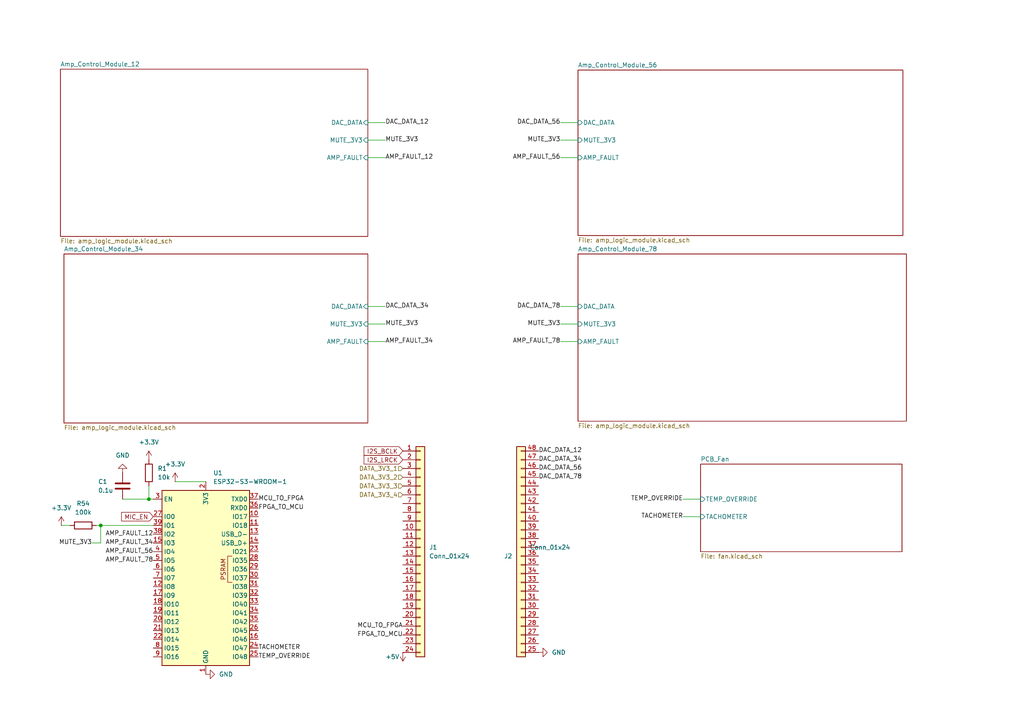
<source format=kicad_sch>
(kicad_sch (version 20250114) (generator "eeschema") (generator_version "9.0")
  (paper "A4")
  (lib_symbols
    (symbol "Conn_01x24_1" (pin_names (offset 1.016) (hide yes))
      (property "Reference" "J2" (at -2.54 -2.5401 0))
      (property "Value" "Conn_01x24" (at 2.54 -0.0001 0))
      (symbol "Conn_01x24_1_1_1"
        (rectangle (start 1.27 27.813) (end 0 28.067) (stroke (width 0.1524)))
        (rectangle (start 1.27 25.273) (end 0 25.527) (stroke (width 0.1524)))
        (rectangle (start 1.27 22.733) (end 0 22.987) (stroke (width 0.1524)))
        (rectangle (start 1.27 20.193) (end 0 20.447) (stroke (width 0.1524)))
        (rectangle (start 1.27 17.653) (end 0 17.907) (stroke (width 0.1524)))
        (rectangle (start 1.27 15.113) (end 0 15.367) (stroke (width 0.1524)))
        (rectangle (start 1.27 12.573) (end 0 12.827) (stroke (width 0.1524)))
        (rectangle (start 1.27 10.033) (end 0 10.287) (stroke (width 0.1524)))
        (rectangle (start 1.27 7.493) (end 0 7.747) (stroke (width 0.1524)))
        (rectangle (start 1.27 4.953) (end 0 5.207) (stroke (width 0.1524)))
        (rectangle (start 1.27 2.413) (end 0 2.667) (stroke (width 0.1524)))
        (rectangle (start 1.27 -0.127) (end 0 0.127) (stroke (width 0.1524)))
        (rectangle (start 1.27 -2.667) (end 0 -2.413) (stroke (width 0.1524)))
        (rectangle (start 1.27 -5.207) (end 0 -4.953) (stroke (width 0.1524)))
        (rectangle (start 1.27 -7.747) (end 0 -7.493) (stroke (width 0.1524)))
        (rectangle (start 1.27 -10.287) (end 0 -10.033) (stroke (width 0.1524)))
        (rectangle (start 1.27 -12.827) (end 0 -12.573) (stroke (width 0.1524)))
        (rectangle (start 1.27 -15.367) (end 0 -15.113) (stroke (width 0.1524)))
        (rectangle (start 1.27 -17.907) (end 0 -17.653) (stroke (width 0.1524)))
        (rectangle (start 1.27 -20.447) (end 0 -20.193) (stroke (width 0.1524)))
        (rectangle (start 1.27 -22.987) (end 0 -22.733) (stroke (width 0.1524)))
        (rectangle (start 1.27 -25.527) (end 0 -25.273) (stroke (width 0.1524)))
        (rectangle (start 1.27 -28.067) (end 0 -27.813) (stroke (width 0.1524)))
        (rectangle (start 1.27 -30.607) (end 0 -30.353) (stroke (width 0.1524)))
        (rectangle (start 1.27 -31.75) (end -1.27 29.21) (stroke (width 0.254)) (fill (type background)))
        (pin passive line (at 5.08 27.94 180) (length 3.81) (name "Pin_24") (number "48"))
        (pin passive line (at 5.08 25.4 180) (length 3.81) (name "Pin_23") (number "47"))
        (pin passive line (at 5.08 22.86 180) (length 3.81) (name "Pin_22") (number "46"))
        (pin passive line (at 5.08 20.32 180) (length 3.81) (name "Pin_21") (number "45"))
        (pin passive line (at 5.08 17.78 180) (length 3.81) (name "Pin_20") (number "44"))
        (pin passive line (at 5.08 15.24 180) (length 3.81) (name "Pin_19") (number "43"))
        (pin passive line (at 5.08 12.7 180) (length 3.81) (name "Pin_18") (number "42"))
        (pin passive line (at 5.08 10.16 180) (length 3.81) (name "Pin_17") (number "41"))
        (pin passive line (at 5.08 7.62 180) (length 3.81) (name "Pin_16") (number "40"))
        (pin passive line (at 5.08 5.08 180) (length 3.81) (name "Pin_15") (number "39"))
        (pin passive line (at 5.08 2.54 180) (length 3.81) (name "Pin_14") (number "38"))
        (pin passive line (at 5.08 0 180) (length 3.81) (name "Pin_13") (number "37"))
        (pin passive line (at 5.08 -2.54 180) (length 3.81) (name "Pin_12") (number "36"))
        (pin passive line (at 5.08 -5.08 180) (length 3.81) (name "Pin_11") (number "35"))
        (pin passive line (at 5.08 -7.62 180) (length 3.81) (name "Pin_10") (number "34"))
        (pin passive line (at 5.08 -10.16 180) (length 3.81) (name "Pin_9") (number "33"))
        (pin passive line (at 5.08 -12.7 180) (length 3.81) (name "Pin_8") (number "32"))
        (pin passive line (at 5.08 -15.24 180) (length 3.81) (name "Pin_7") (number "31"))
        (pin passive line (at 5.08 -17.78 180) (length 3.81) (name "Pin_6") (number "30"))
        (pin passive line (at 5.08 -20.32 180) (length 3.81) (name "Pin_5") (number "29"))
        (pin passive line (at 5.08 -22.86 180) (length 3.81) (name "Pin_4") (number "28"))
        (pin passive line (at 5.08 -25.4 180) (length 3.81) (name "Pin_3") (number "27"))
        (pin passive line (at 5.08 -27.94 180) (length 3.81) (name "Pin_2") (number "26"))
        (pin passive line (at 5.08 -30.48 180) (length 3.81) (name "Pin_1") (number "25"))
      )
    )
    (symbol "Connector_Generic:Conn_01x24" (pin_names (offset 1.016) (hide yes))
      (property "Reference" "J" (at 0 30.48 0))
      (property "Value" "Conn_01x24" (at 0 -33.02 0))
      (symbol "Conn_01x24_1_1"
        (rectangle (start -1.27 29.21) (end 1.27 -31.75) (stroke (width 0.254)) (fill (type background)))
        (rectangle (start -1.27 28.067) (end 0 27.813) (stroke (width 0.1524)))
        (rectangle (start -1.27 25.527) (end 0 25.273) (stroke (width 0.1524)))
        (rectangle (start -1.27 22.987) (end 0 22.733) (stroke (width 0.1524)))
        (rectangle (start -1.27 20.447) (end 0 20.193) (stroke (width 0.1524)))
        (rectangle (start -1.27 17.907) (end 0 17.653) (stroke (width 0.1524)))
        (rectangle (start -1.27 15.367) (end 0 15.113) (stroke (width 0.1524)))
        (rectangle (start -1.27 12.827) (end 0 12.573) (stroke (width 0.1524)))
        (rectangle (start -1.27 10.287) (end 0 10.033) (stroke (width 0.1524)))
        (rectangle (start -1.27 7.747) (end 0 7.493) (stroke (width 0.1524)))
        (rectangle (start -1.27 5.207) (end 0 4.953) (stroke (width 0.1524)))
        (rectangle (start -1.27 2.667) (end 0 2.413) (stroke (width 0.1524)))
        (rectangle (start -1.27 0.127) (end 0 -0.127) (stroke (width 0.1524)))
        (rectangle (start -1.27 -2.413) (end 0 -2.667) (stroke (width 0.1524)))
        (rectangle (start -1.27 -4.953) (end 0 -5.207) (stroke (width 0.1524)))
        (rectangle (start -1.27 -7.493) (end 0 -7.747) (stroke (width 0.1524)))
        (rectangle (start -1.27 -10.033) (end 0 -10.287) (stroke (width 0.1524)))
        (rectangle (start -1.27 -12.573) (end 0 -12.827) (stroke (width 0.1524)))
        (rectangle (start -1.27 -15.113) (end 0 -15.367) (stroke (width 0.1524)))
        (rectangle (start -1.27 -17.653) (end 0 -17.907) (stroke (width 0.1524)))
        (rectangle (start -1.27 -20.193) (end 0 -20.447) (stroke (width 0.1524)))
        (rectangle (start -1.27 -22.733) (end 0 -22.987) (stroke (width 0.1524)))
        (rectangle (start -1.27 -25.273) (end 0 -25.527) (stroke (width 0.1524)))
        (rectangle (start -1.27 -27.813) (end 0 -28.067) (stroke (width 0.1524)))
        (rectangle (start -1.27 -30.353) (end 0 -30.607) (stroke (width 0.1524)))
        (pin passive line (at -5.08 27.94 0) (length 3.81) (name "Pin_1") (number "1"))
        (pin passive line (at -5.08 25.4 0) (length 3.81) (name "Pin_2") (number "2"))
        (pin passive line (at -5.08 22.86 0) (length 3.81) (name "Pin_3") (number "3"))
        (pin passive line (at -5.08 20.32 0) (length 3.81) (name "Pin_4") (number "4"))
        (pin passive line (at -5.08 17.78 0) (length 3.81) (name "Pin_5") (number "5"))
        (pin passive line (at -5.08 15.24 0) (length 3.81) (name "Pin_6") (number "6"))
        (pin passive line (at -5.08 12.7 0) (length 3.81) (name "Pin_7") (number "7"))
        (pin passive line (at -5.08 10.16 0) (length 3.81) (name "Pin_8") (number "8"))
        (pin passive line (at -5.08 7.62 0) (length 3.81) (name "Pin_9") (number "9"))
        (pin passive line (at -5.08 5.08 0) (length 3.81) (name "Pin_10") (number "10"))
        (pin passive line (at -5.08 2.54 0) (length 3.81) (name "Pin_11") (number "11"))
        (pin passive line (at -5.08 0 0) (length 3.81) (name "Pin_12") (number "12"))
        (pin passive line (at -5.08 -2.54 0) (length 3.81) (name "Pin_13") (number "13"))
        (pin passive line (at -5.08 -5.08 0) (length 3.81) (name "Pin_14") (number "14"))
        (pin passive line (at -5.08 -7.62 0) (length 3.81) (name "Pin_15") (number "15"))
        (pin passive line (at -5.08 -10.16 0) (length 3.81) (name "Pin_16") (number "16"))
        (pin passive line (at -5.08 -12.7 0) (length 3.81) (name "Pin_17") (number "17"))
        (pin passive line (at -5.08 -15.24 0) (length 3.81) (name "Pin_18") (number "18"))
        (pin passive line (at -5.08 -17.78 0) (length 3.81) (name "Pin_19") (number "19"))
        (pin passive line (at -5.08 -20.32 0) (length 3.81) (name "Pin_20") (number "20"))
        (pin passive line (at -5.08 -22.86 0) (length 3.81) (name "Pin_21") (number "21"))
        (pin passive line (at -5.08 -25.4 0) (length 3.81) (name "Pin_22") (number "22"))
        (pin passive line (at -5.08 -27.94 0) (length 3.81) (name "Pin_23") (number "23"))
        (pin passive line (at -5.08 -30.48 0) (length 3.81) (name "Pin_24") (number "24"))
      )
    )
    (symbol "Device:C" (pin_numbers (hide yes)) (pin_names (offset 0.254))
      (property "Reference" "C" (at 0.635 2.54 0))
      (property "Value" "C" (at 0.635 -2.54 0))
      (symbol "C_0_1"
        (polyline (pts (xy -2.032 0.762) (xy 2.032 0.762)) (stroke (width 0.508)))
        (polyline (pts (xy -2.032 -0.762) (xy 2.032 -0.762)) (stroke (width 0.508)))
      )
      (symbol "C_1_1"
        (pin passive line (at 0 3.81 270) (length 2.794) (name "~") (number "1"))
        (pin passive line (at 0 -3.81 90) (length 2.794) (name "~") (number "2"))
      )
    )
    (symbol "Device:R" (pin_numbers (hide yes)) (pin_names (offset 0))
      (property "Reference" "R" (at 2.032 0 90))
      (property "Value" "R" (at 0 0 90))
      (symbol "R_0_1"
        (rectangle (start -1.016 -2.54) (end 1.016 2.54) (stroke (width 0.254)))
      )
      (symbol "R_1_1"
        (pin passive line (at 0 3.81 270) (length 1.27) (name "~") (number "1"))
        (pin passive line (at 0 -3.81 90) (length 1.27) (name "~") (number "2"))
      )
    )
    (symbol "RF_Module:ESP32-S3-WROOM-1"
      (property "Reference" "U" (at -12.7 26.67 0))
      (property "Value" "ESP32-S3-WROOM-1" (at 12.7 26.67 0))
      (symbol "ESP32-S3-WROOM-1_0_0"
        (rectangle (start -12.7 25.4) (end 12.7 -25.4) (stroke (width 0.254)) (fill (type background)))
        (text "PSRAM" (at 5.08 2.54 900) (effects (font (size 1.27 1.27))))
      )
      (symbol "ESP32-S3-WROOM-1_0_1"
        (polyline (pts (xy 7.62 -1.27) (xy 6.35 -1.27) (xy 6.35 6.35) (xy 7.62 6.35)))
      )
      (symbol "ESP32-S3-WROOM-1_1_1"
        (pin input line (at -15.24 22.86 0) (length 2.54) (name "EN") (number "3"))
        (pin bidirectional line (at -15.24 17.78 0) (length 2.54) (name "IO0") (number "27"))
        (pin bidirectional line (at -15.24 15.24 0) (length 2.54) (name "IO1") (number "39"))
        (pin bidirectional line (at -15.24 12.7 0) (length 2.54) (name "IO2") (number "38"))
        (pin bidirectional line (at -15.24 10.16 0) (length 2.54) (name "IO3") (number "15"))
        (pin bidirectional line (at -15.24 7.62 0) (length 2.54) (name "IO4") (number "4"))
        (pin bidirectional line (at -15.24 5.08 0) (length 2.54) (name "IO5") (number "5"))
        (pin bidirectional line (at -15.24 2.54 0) (length 2.54) (name "IO6") (number "6"))
        (pin bidirectional line (at -15.24 0 0) (length 2.54) (name "IO7") (number "7"))
        (pin bidirectional line (at -15.24 -2.54 0) (length 2.54) (name "IO8") (number "12"))
        (pin bidirectional line (at -15.24 -5.08 0) (length 2.54) (name "IO9") (number "17"))
        (pin bidirectional line (at -15.24 -7.62 0) (length 2.54) (name "IO10") (number "18"))
        (pin bidirectional line (at -15.24 -10.16 0) (length 2.54) (name "IO11") (number "19"))
        (pin bidirectional line (at -15.24 -12.7 0) (length 2.54) (name "IO12") (number "20"))
        (pin bidirectional line (at -15.24 -15.24 0) (length 2.54) (name "IO13") (number "21"))
        (pin bidirectional line (at -15.24 -17.78 0) (length 2.54) (name "IO14") (number "22"))
        (pin bidirectional line (at -15.24 -20.32 0) (length 2.54) (name "IO15") (number "8"))
        (pin bidirectional line (at -15.24 -22.86 0) (length 2.54) (name "IO16") (number "9"))
        (pin power_in line (at 0 27.94 270) (length 2.54) (name "3V3") (number "2"))
        (pin power_in line (at 0 -27.94 90) (length 2.54) (name "GND") (number "1"))
        (pin passive line (at 0 -27.94 90) (length 2.54) (hide yes) (name "GND") (number "40"))
        (pin passive line (at 0 -27.94 90) (length 2.54) (hide yes) (name "GND") (number "41"))
        (pin bidirectional line (at 15.24 22.86 180) (length 2.54) (name "TXD0") (number "37"))
        (pin bidirectional line (at 15.24 20.32 180) (length 2.54) (name "RXD0") (number "36"))
        (pin bidirectional line (at 15.24 17.78 180) (length 2.54) (name "IO17") (number "10"))
        (pin bidirectional line (at 15.24 15.24 180) (length 2.54) (name "IO18") (number "11"))
        (pin bidirectional line (at 15.24 12.7 180) (length 2.54) (name "USB_D-") (number "13"))
        (pin bidirectional line (at 15.24 10.16 180) (length 2.54) (name "USB_D+") (number "14"))
        (pin bidirectional line (at 15.24 7.62 180) (length 2.54) (name "IO21") (number "23"))
        (pin bidirectional line (at 15.24 5.08 180) (length 2.54) (name "IO35") (number "28"))
        (pin bidirectional line (at 15.24 2.54 180) (length 2.54) (name "IO36") (number "29"))
        (pin bidirectional line (at 15.24 0 180) (length 2.54) (name "IO37") (number "30"))
        (pin bidirectional line (at 15.24 -2.54 180) (length 2.54) (name "IO38") (number "31"))
        (pin bidirectional line (at 15.24 -5.08 180) (length 2.54) (name "IO39") (number "32"))
        (pin bidirectional line (at 15.24 -7.62 180) (length 2.54) (name "IO40") (number "33"))
        (pin bidirectional line (at 15.24 -10.16 180) (length 2.54) (name "IO41") (number "34"))
        (pin bidirectional line (at 15.24 -12.7 180) (length 2.54) (name "IO42") (number "35"))
        (pin bidirectional line (at 15.24 -15.24 180) (length 2.54) (name "IO45") (number "26"))
        (pin bidirectional line (at 15.24 -17.78 180) (length 2.54) (name "IO46") (number "16"))
        (pin bidirectional line (at 15.24 -20.32 180) (length 2.54) (name "IO47") (number "24"))
        (pin bidirectional line (at 15.24 -22.86 180) (length 2.54) (name "IO48") (number "25"))
      )
    )
    (symbol "power:+3.3V" (power) (pin_numbers (hide yes)) (pin_names (offset 0) (hide yes))
      (property "Value" "+3.3V" (at 0 3.556 0))
      (symbol "+3.3V_0_1"
        (polyline (pts (xy -0.762 1.27) (xy 0 2.54)))
        (polyline (pts (xy 0 2.54) (xy 0.762 1.27)))
        (polyline (pts (xy 0 0) (xy 0 2.54)))
      )
      (symbol "+3.3V_1_1"
        (pin power_in line (at 0 0 90) (length 0) (name "~") (number "1"))
      )
    )
    (symbol "power:+5V" (power) (pin_numbers (hide yes)) (pin_names (offset 0) (hide yes))
      (property "Value" "+5V" (at 0 3.556 0))
      (symbol "+5V_0_1"
        (polyline (pts (xy -0.762 1.27) (xy 0 2.54)))
        (polyline (pts (xy 0 2.54) (xy 0.762 1.27)))
        (polyline (pts (xy 0 0) (xy 0 2.54)))
      )
      (symbol "+5V_1_1"
        (pin power_in line (at 0 0 90) (length 0) (name "~") (number "1"))
      )
    )
    (symbol "power:GND" (power) (pin_numbers (hide yes)) (pin_names (offset 0) (hide yes))
      (property "Value" "GND" (at 0 -3.81 0))
      (symbol "GND_0_1"
        (polyline (pts (xy 0 0) (xy 0 -1.27) (xy 1.27 -1.27) (xy 0 -2.54) (xy -1.27 -1.27) (xy 0 -1.27)))
      )
      (symbol "GND_1_1"
        (pin power_in line (at 0 0 270) (length 0) (name "~") (number "1"))
      )
    )
  )
  (junction (at 43.18 144.78))
  (junction (at 29.21 152.4))
  (wire (pts (xy 162.56 45.72) (xy 167.64 45.72)))
  (wire (pts (xy 106.68 45.72) (xy 111.76 45.72)))
  (wire (pts (xy 162.56 93.98) (xy 167.64 93.98)))
  (wire (pts (xy 198.12 144.78) (xy 203.2 144.78)))
  (wire (pts (xy 106.68 88.9) (xy 111.76 88.9)))
  (wire (pts (xy 106.68 40.64) (xy 111.76 40.64)))
  (wire (pts (xy 198.12 149.86) (xy 203.2 149.86)))
  (wire (pts (xy 27.94 152.4) (xy 29.21 152.4)))
  (wire (pts (xy 17.78 152.4) (xy 20.32 152.4)))
  (wire (pts (xy 43.18 140.97) (xy 43.18 144.78)))
  (wire (pts (xy 106.68 35.56) (xy 111.76 35.56)))
  (wire (pts (xy 29.21 152.4) (xy 44.45 152.4)))
  (wire (pts (xy 162.56 99.06) (xy 167.64 99.06)))
  (wire (pts (xy 26.67 157.48) (xy 29.21 157.48)))
  (wire (pts (xy 162.56 40.64) (xy 167.64 40.64)))
  (wire (pts (xy 29.21 157.48) (xy 29.21 152.4)))
  (wire (pts (xy 35.56 144.78) (xy 43.18 144.78)))
  (wire (pts (xy 106.68 99.06) (xy 111.76 99.06)))
  (wire (pts (xy 106.68 93.98) (xy 111.76 93.98)))
  (wire (pts (xy 43.18 144.78) (xy 44.45 144.78)))
  (wire (pts (xy 50.8 139.7) (xy 59.69 139.7)))
  (wire (pts (xy 162.56 88.9) (xy 167.64 88.9)))
  (wire (pts (xy 162.56 35.56) (xy 167.64 35.56)))
  (label "MUTE_3V3" (at 111.76 40.64 0))
  (label "TEMP_OVERRIDE" (at 198.12 144.78 180))
  (label "AMP_FAULT_34" (at 111.76 99.06 0))
  (label "TACHOMETER" (at 74.93 187.96 0))
  (label "FPGA_TO_MCU" (at 74.93 147.32 0))
  (label "DAC_DATA_34" (at 156.21 133.35 0))
  (label "TACHOMETER" (at 198.12 149.86 180))
  (label "DAC_DATA_34" (at 111.76 88.9 0))
  (label "AMP_FAULT_78" (at 44.45 162.56 180))
  (label "FPGA_TO_MCU" (at 116.84 184.15 180))
  (label "AMP_FAULT_56" (at 162.56 45.72 180))
  (label "DAC_DATA_78" (at 162.56 88.9 180))
  (label "MUTE_3V3" (at 26.67 157.48 180))
  (label "DAC_DATA_12" (at 111.76 35.56 0))
  (label "AMP_FAULT_34" (at 44.45 157.48 180))
  (label "MUTE_3V3" (at 162.56 93.98 180))
  (label "TEMP_OVERRIDE" (at 74.93 190.5 0))
  (label "MUTE_3V3" (at 162.56 40.64 180))
  (label "DAC_DATA_12" (at 156.21 130.81 0))
  (label "AMP_FAULT_12" (at 111.76 45.72 0))
  (label "DAC_DATA_56" (at 156.21 135.89 0))
  (label "AMP_FAULT_78" (at 162.56 99.06 180))
  (label "AMP_FAULT_12" (at 44.45 154.94 180))
  (label "DAC_DATA_78" (at 156.21 138.43 0))
  (label "DAC_DATA_56" (at 162.56 35.56 180))
  (label "MUTE_3V3" (at 111.76 93.98 0))
  (label "MCU_TO_FPGA" (at 116.84 181.61 180))
  (label "AMP_FAULT_56" (at 44.45 160.02 180))
  (label "MCU_TO_FPGA" (at 74.93 144.78 0))
  (global_label "I2S_BCLK" (shape input) (at 116.84 130.81 180) (property "Intersheetrefs" "${INTERSHEET_REFS}" (effects (hide yes))))
  (global_label "I2S_LRCK" (shape input) (at 116.84 133.35 180) (property "Intersheetrefs" "${INTERSHEET_REFS}" (effects (hide yes))))
  (global_label "MIC_EN" (shape input) (at 44.45 149.86 180) (property "Intersheetrefs" "${INTERSHEET_REFS}" (effects (hide yes))))
  (hierarchical_label "DATA_3V3_4" (shape input) (at 116.84 143.51 180))
  (hierarchical_label "DATA_3V3_1" (shape input) (at 116.84 135.89 180))
  (hierarchical_label "DATA_3V3_2" (shape input) (at 116.84 138.43 180))
  (hierarchical_label "DATA_3V3_3" (shape input) (at 116.84 140.97 180))
  (symbol (lib_id "power:+3.3V") (at 43.18 133.35 0) (unit 1)
    (property "Reference" "#PWR05" (effects (hide yes)))
    (property "Value" "+3.3V" (at 43.18 128.27 0))
    (property "Description" "Power symbol creates a global label with name \"+3.3V\"" (effects (hide yes)))
  )
  (symbol (lib_id "Device:C") (at 35.56 140.97 0) (unit 1)
    (property "Reference" "C1" (at 28.448 139.7 0) (effects (justify left)))
    (property "Value" "0.1u" (at 28.448 142.24 0) (effects (justify left)))
    (property "Description" "Unpolarized capacitor" (effects (hide yes)))
  )
  (symbol (lib_id "power:GND") (at 59.69 195.58 90) (unit 1)
    (property "Reference" "#PWR01" (effects (hide yes)))
    (property "Value" "GND" (at 63.5 195.5799 90) (effects (justify right)))
    (property "Description" "Power symbol creates a global label with name \"GND\" , ground" (effects (hide yes)))
  )
  (symbol (lib_id "power:GND") (at 35.56 137.16 180) (unit 1)
    (property "Reference" "#PWR04" (effects (hide yes)))
    (property "Value" "GND" (at 35.56 132.08 0))
    (property "Description" "Power symbol creates a global label with name \"GND\" , ground" (effects (hide yes)))
  )
  (symbol (lib_id "RF_Module:ESP32-S3-WROOM-1") (at 59.69 167.64 0) (unit 1)
    (property "Reference" "U1" (at 61.8333 137.16 0) (effects (justify left)))
    (property "Value" "ESP32-S3-WROOM-1" (at 61.8333 139.7 0) (effects (justify left)))
    (property "Footprint" "RF_Module:ESP32-S3-WROOM-1" (effects (hide yes)))
    (property "Datasheet" "https://www.espressif.com/sites/default/files/documentation/esp32-s3-wroom-1_wroom-1u_datasheet_en.pdf" (effects (hide yes)))
    (property "Description" "RF Module, ESP32-S3 SoC, Wi-Fi 802.11b/g/n, Bluetooth, BLE, 32-bit, 3.3V, onboard antenna, SMD" (effects (hide yes)))
  )
  (symbol (lib_id "power:+3.3V") (at 50.8 139.7 0) (unit 1)
    (property "Reference" "#PWR02" (effects (hide yes)))
    (property "Value" "+3.3V" (at 50.8 134.62 0))
    (property "Description" "Power symbol creates a global label with name \"+3.3V\"" (effects (hide yes)))
  )
  (symbol (lib_id "Device:R") (at 24.13 152.4 90) (unit 1)
    (property "Reference" "R54" (at 24.13 146.05 90))
    (property "Value" "100k" (at 24.13 148.59 90))
    (property "Description" "Resistor" (effects (hide yes)))
  )
  (symbol (lib_id "power:+5V") (at 116.84 189.23 180) (unit 1)
    (property "Reference" "#PWR06" (effects (hide yes)))
    (property "Value" "+5V" (at 111.76 190.5 0) (effects (justify right)))
    (property "Description" "Power symbol creates a global label with name \"+5V\"" (effects (hide yes)))
  )
  (symbol (lib_id "power:+3.3V") (at 17.78 152.4 0) (unit 1)
    (property "Reference" "#PWR0417" (effects (hide yes)))
    (property "Value" "+3.3V" (at 17.78 147.32 0))
    (property "Description" "Power symbol creates a global label with name \"+3.3V\"" (effects (hide yes)))
  )
  (symbol (lib_name "Conn_01x24_1") (lib_id "Connector_Generic:Conn_01x24") (at 151.13 158.75 0) (unit 1)
    (property "Reference" "J2" (at 148.59 161.2901 0) (effects (justify right)))
    (property "Value" "Conn_01x24" (at 153.67 158.7501 0) (effects (justify left)))
    (property "Description" "Generic connector, single row, 01x24, script generated (kicad-library-utils/schlib/autogen/connector/)" (effects (hide yes)))
  )
  (symbol (lib_id "Connector_Generic:Conn_01x24") (at 121.92 158.75 0) (unit 1)
    (property "Reference" "J1" (at 124.46 158.7499 0) (effects (justify left)))
    (property "Value" "Conn_01x24" (at 124.46 161.2899 0) (effects (justify left)))
    (property "Description" "Generic connector, single row, 01x24, script generated (kicad-library-utils/schlib/autogen/connector/)" (effects (hide yes)))
  )
  (symbol (lib_id "power:GND") (at 156.21 189.23 90) (unit 1)
    (property "Reference" "#PWR03" (effects (hide yes)))
    (property "Value" "GND" (at 160.02 189.2299 90) (effects (justify right)))
    (property "Description" "Power symbol creates a global label with name \"GND\" , ground" (effects (hide yes)))
  )
  (symbol (lib_id "Device:R") (at 43.18 137.16 0) (unit 1)
    (property "Reference" "R1" (at 45.72 135.8899 0) (effects (justify left)))
    (property "Value" "10k" (at 45.72 138.4299 0) (effects (justify left)))
    (property "Description" "Resistor" (effects (hide yes)))
  )
  (sheet (at 203.2 134.62) (size 58.42 25.4) (stroke (width 0.1524))
    (property "Sheetname" "PCB_Fan" (at 203.2 133.9084 0) (effects (justify left bottom)))
    (property "Sheetfile" "fan.kicad_sch" (at 203.2 160.6046 0) (effects (justify left top)))
    (pin "TEMP_OVERRIDE" input (at 203.2 144.78 180))
    (pin "TACHOMETER" input (at 203.2 149.86 180))
  )
  (sheet (at 17.526 20.066) (size 89.154 48.514) (stroke (width 0.1524))
    (property "Sheetname" "Amp_Control_Module_12" (at 17.526 19.3544 0) (effects (justify left bottom)))
    (property "Sheetfile" "amp_logic_module.kicad_sch" (at 17.526 69.1646 0) (effects (justify left top)))
    (pin "DAC_DATA" input (at 106.68 35.56 0))
    (pin "MUTE_3V3" input (at 106.68 40.64 0))
    (pin "AMP_FAULT" input (at 106.68 45.72 0))
  )
  (sheet (at 18.542 73.66) (size 88.138 49.022) (stroke (width 0.1524))
    (property "Sheetname" "Amp_Control_Module_34" (at 18.542 72.9484 0) (effects (justify left bottom)))
    (property "Sheetfile" "amp_logic_module.kicad_sch" (at 18.542 123.2666 0) (effects (justify left top)))
    (pin "DAC_DATA" input (at 106.68 88.9 0))
    (pin "MUTE_3V3" input (at 106.68 93.98 0))
    (pin "AMP_FAULT" input (at 106.68 99.06 0))
  )
  (sheet (at 167.64 73.66) (size 95.25 48.514) (stroke (width 0.1524))
    (property "Sheetname" "Amp_Control_Module_78" (at 167.64 72.9484 0) (effects (justify left bottom)))
    (property "Sheetfile" "amp_logic_module.kicad_sch" (at 167.64 122.7586 0) (effects (justify left top)))
    (pin "DAC_DATA" input (at 167.64 88.9 180))
    (pin "MUTE_3V3" input (at 167.64 93.98 180))
    (pin "AMP_FAULT" input (at 167.64 99.06 180))
  )
  (sheet (at 167.64 20.32) (size 94.234 48.006) (stroke (width 0.1524))
    (property "Sheetname" "Amp_Control_Module_56" (at 167.64 19.6084 0) (effects (justify left bottom)))
    (property "Sheetfile" "amp_logic_module.kicad_sch" (at 167.64 68.9106 0) (effects (justify left top)))
    (pin "DAC_DATA" input (at 167.64 35.56 180))
    (pin "MUTE_3V3" input (at 167.64 40.64 180))
    (pin "AMP_FAULT" input (at 167.64 45.72 180))
  )
)
</source>
